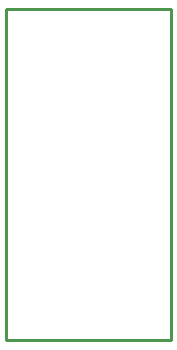
<source format=gko>
%FSLAX23Y23*%
%MOIN*%
%SFA1B1*%

%IPPOS*%
%ADD13C,0.010000*%
%LNpcb1-1*%
%LPD*%
G54D13*
X3281Y2768D02*
Y3871D01*
X3832Y2768D02*
Y3871D01*
X3281Y2768D02*
X3832D01*
X3281Y3871D02*
X3832D01*
M02*
</source>
